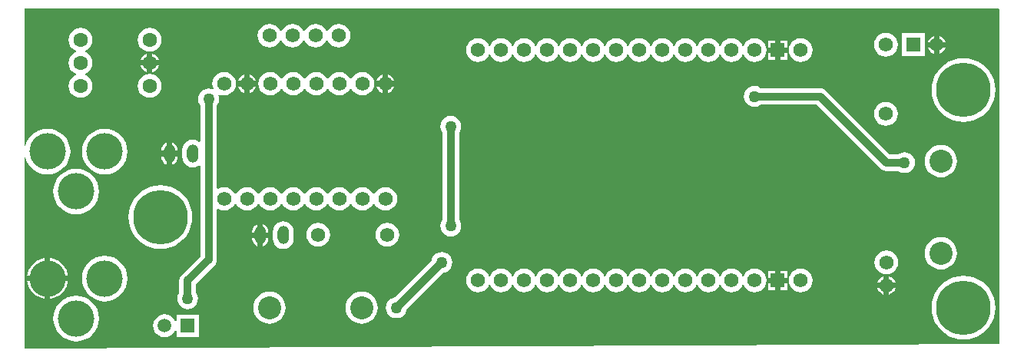
<source format=gtl>
G04 Layer_Physical_Order=1*
G04 Layer_Color=255*
%FSLAX24Y24*%
%MOIN*%
G70*
G01*
G75*
%ADD10C,0.0320*%
%ADD11C,0.0620*%
%ADD12C,0.0620*%
%ADD13R,0.0620X0.0620*%
%ADD14C,0.0591*%
%ADD15R,0.0591X0.0591*%
%ADD16C,0.1575*%
%ADD17C,0.1000*%
%ADD18O,0.0500X0.0800*%
%ADD19C,0.0630*%
%ADD20C,0.2362*%
%ADD21C,0.0500*%
G36*
X44685Y38154D02*
Y23607D01*
X2398Y23425D01*
X2362Y23461D01*
Y31712D01*
X2412Y31720D01*
X2449Y31597D01*
X2541Y31425D01*
X2665Y31275D01*
X2815Y31151D01*
X2986Y31060D01*
X3173Y31003D01*
X3366Y30984D01*
X3560Y31003D01*
X3746Y31060D01*
X3917Y31151D01*
X4068Y31275D01*
X4191Y31425D01*
X4283Y31597D01*
X4339Y31783D01*
X4358Y31976D01*
X4339Y32170D01*
X4283Y32356D01*
X4191Y32528D01*
X4068Y32678D01*
X3917Y32801D01*
X3746Y32893D01*
X3560Y32949D01*
X3366Y32969D01*
X3173Y32949D01*
X2986Y32893D01*
X2815Y32801D01*
X2665Y32678D01*
X2541Y32528D01*
X2449Y32356D01*
X2412Y32233D01*
X2362Y32241D01*
Y38189D01*
X44650Y38189D01*
X44685Y38154D01*
D02*
G37*
%LPC*%
G36*
X13598Y28950D02*
X13481Y28935D01*
X13371Y28890D01*
X13277Y28817D01*
X13205Y28723D01*
X13160Y28614D01*
X13145Y28496D01*
Y28196D01*
X13160Y28079D01*
X13205Y27970D01*
X13277Y27876D01*
X13371Y27803D01*
X13481Y27758D01*
X13598Y27743D01*
X13716Y27758D01*
X13825Y27803D01*
X13919Y27876D01*
X13992Y27970D01*
X14037Y28079D01*
X14052Y28196D01*
Y28496D01*
X14037Y28614D01*
X13992Y28723D01*
X13919Y28817D01*
X13825Y28890D01*
X13716Y28935D01*
X13598Y28950D01*
D02*
G37*
G36*
X42126Y28262D02*
X41989Y28249D01*
X41857Y28209D01*
X41735Y28144D01*
X41629Y28056D01*
X41541Y27950D01*
X41476Y27828D01*
X41436Y27696D01*
X41423Y27559D01*
X41436Y27422D01*
X41476Y27290D01*
X41541Y27168D01*
X41629Y27062D01*
X41735Y26974D01*
X41857Y26909D01*
X41989Y26869D01*
X42126Y26856D01*
X42263Y26869D01*
X42395Y26909D01*
X42517Y26974D01*
X42623Y27062D01*
X42711Y27168D01*
X42776Y27290D01*
X42816Y27422D01*
X42829Y27559D01*
X42816Y27696D01*
X42776Y27828D01*
X42711Y27950D01*
X42623Y28056D01*
X42517Y28144D01*
X42395Y28209D01*
X42263Y28249D01*
X42126Y28262D01*
D02*
G37*
G36*
X15110Y28881D02*
X14977Y28863D01*
X14853Y28812D01*
X14747Y28730D01*
X14665Y28624D01*
X14613Y28500D01*
X14596Y28366D01*
X14613Y28233D01*
X14665Y28109D01*
X14747Y28003D01*
X14853Y27921D01*
X14977Y27870D01*
X15110Y27852D01*
X15243Y27870D01*
X15367Y27921D01*
X15474Y28003D01*
X15556Y28109D01*
X15607Y28233D01*
X15625Y28366D01*
X15607Y28500D01*
X15556Y28624D01*
X15474Y28730D01*
X15367Y28812D01*
X15243Y28863D01*
X15110Y28881D01*
D02*
G37*
G36*
X8268Y30519D02*
X8051Y30502D01*
X7840Y30451D01*
X7639Y30368D01*
X7453Y30255D01*
X7288Y30113D01*
X7147Y29948D01*
X7033Y29763D01*
X6950Y29562D01*
X6899Y29351D01*
X6882Y29134D01*
X6899Y28917D01*
X6950Y28706D01*
X7033Y28505D01*
X7147Y28320D01*
X7288Y28154D01*
X7453Y28013D01*
X7639Y27899D01*
X7840Y27816D01*
X8051Y27766D01*
X8268Y27748D01*
X8484Y27766D01*
X8696Y27816D01*
X8897Y27899D01*
X9082Y28013D01*
X9247Y28154D01*
X9389Y28320D01*
X9502Y28505D01*
X9585Y28706D01*
X9636Y28917D01*
X9653Y29134D01*
X9636Y29351D01*
X9585Y29562D01*
X9502Y29763D01*
X9389Y29948D01*
X9247Y30113D01*
X9082Y30255D01*
X8897Y30368D01*
X8696Y30451D01*
X8484Y30502D01*
X8268Y30519D01*
D02*
G37*
G36*
X3246Y27344D02*
X3192Y27339D01*
X3025Y27288D01*
X2871Y27206D01*
X2736Y27095D01*
X2625Y26960D01*
X2542Y26806D01*
X2492Y26639D01*
X2486Y26585D01*
X3246D01*
Y27344D01*
D02*
G37*
G36*
X34047Y26892D02*
X33914Y26875D01*
X33790Y26823D01*
X33683Y26742D01*
X33602Y26635D01*
X33574Y26569D01*
X33520D01*
X33493Y26635D01*
X33411Y26742D01*
X33304Y26823D01*
X33180Y26875D01*
X33047Y26892D01*
X32914Y26875D01*
X32790Y26823D01*
X32683Y26742D01*
X32602Y26635D01*
X32574Y26569D01*
X32520D01*
X32493Y26635D01*
X32411Y26742D01*
X32304Y26823D01*
X32180Y26875D01*
X32047Y26892D01*
X31914Y26875D01*
X31790Y26823D01*
X31683Y26742D01*
X31602Y26635D01*
X31574Y26569D01*
X31520D01*
X31493Y26635D01*
X31411Y26742D01*
X31304Y26823D01*
X31180Y26875D01*
X31047Y26892D01*
X30914Y26875D01*
X30790Y26823D01*
X30683Y26742D01*
X30602Y26635D01*
X30574Y26569D01*
X30520D01*
X30493Y26635D01*
X30411Y26742D01*
X30304Y26823D01*
X30180Y26875D01*
X30047Y26892D01*
X29914Y26875D01*
X29790Y26823D01*
X29683Y26742D01*
X29602Y26635D01*
X29574Y26569D01*
X29520D01*
X29493Y26635D01*
X29411Y26742D01*
X29304Y26823D01*
X29180Y26875D01*
X29047Y26892D01*
X28914Y26875D01*
X28790Y26823D01*
X28683Y26742D01*
X28602Y26635D01*
X28574Y26569D01*
X28520D01*
X28493Y26635D01*
X28411Y26742D01*
X28304Y26823D01*
X28180Y26875D01*
X28047Y26892D01*
X27914Y26875D01*
X27790Y26823D01*
X27683Y26742D01*
X27602Y26635D01*
X27574Y26569D01*
X27520D01*
X27493Y26635D01*
X27411Y26742D01*
X27304Y26823D01*
X27180Y26875D01*
X27047Y26892D01*
X26914Y26875D01*
X26790Y26823D01*
X26683Y26742D01*
X26602Y26635D01*
X26574Y26569D01*
X26520D01*
X26493Y26635D01*
X26411Y26742D01*
X26304Y26823D01*
X26180Y26875D01*
X26047Y26892D01*
X25914Y26875D01*
X25790Y26823D01*
X25683Y26742D01*
X25602Y26635D01*
X25574Y26569D01*
X25520D01*
X25493Y26635D01*
X25411Y26742D01*
X25304Y26823D01*
X25180Y26875D01*
X25047Y26892D01*
X24914Y26875D01*
X24790Y26823D01*
X24683Y26742D01*
X24602Y26635D01*
X24574Y26569D01*
X24520D01*
X24493Y26635D01*
X24411Y26742D01*
X24304Y26823D01*
X24180Y26875D01*
X24047Y26892D01*
X23914Y26875D01*
X23790Y26823D01*
X23683Y26742D01*
X23602Y26635D01*
X23574Y26569D01*
X23520D01*
X23493Y26635D01*
X23411Y26742D01*
X23304Y26823D01*
X23180Y26875D01*
X23047Y26892D01*
X22914Y26875D01*
X22790Y26823D01*
X22683Y26742D01*
X22602Y26635D01*
X22574Y26569D01*
X22520D01*
X22493Y26635D01*
X22411Y26742D01*
X22304Y26823D01*
X22180Y26875D01*
X22047Y26892D01*
X21914Y26875D01*
X21790Y26823D01*
X21683Y26742D01*
X21602Y26635D01*
X21550Y26511D01*
X21533Y26378D01*
X21550Y26245D01*
X21602Y26121D01*
X21683Y26014D01*
X21790Y25932D01*
X21914Y25881D01*
X22047Y25864D01*
X22180Y25881D01*
X22304Y25932D01*
X22411Y26014D01*
X22493Y26121D01*
X22520Y26187D01*
X22574D01*
X22602Y26121D01*
X22683Y26014D01*
X22790Y25932D01*
X22914Y25881D01*
X23047Y25864D01*
X23180Y25881D01*
X23304Y25932D01*
X23411Y26014D01*
X23493Y26121D01*
X23520Y26187D01*
X23574D01*
X23602Y26121D01*
X23683Y26014D01*
X23790Y25932D01*
X23914Y25881D01*
X24047Y25864D01*
X24180Y25881D01*
X24304Y25932D01*
X24411Y26014D01*
X24493Y26121D01*
X24520Y26187D01*
X24574D01*
X24602Y26121D01*
X24683Y26014D01*
X24790Y25932D01*
X24914Y25881D01*
X25047Y25864D01*
X25180Y25881D01*
X25304Y25932D01*
X25411Y26014D01*
X25493Y26121D01*
X25520Y26187D01*
X25574D01*
X25602Y26121D01*
X25683Y26014D01*
X25790Y25932D01*
X25914Y25881D01*
X26047Y25864D01*
X26180Y25881D01*
X26304Y25932D01*
X26411Y26014D01*
X26493Y26121D01*
X26520Y26187D01*
X26574D01*
X26602Y26121D01*
X26683Y26014D01*
X26790Y25932D01*
X26914Y25881D01*
X27047Y25864D01*
X27180Y25881D01*
X27304Y25932D01*
X27411Y26014D01*
X27493Y26121D01*
X27520Y26187D01*
X27574D01*
X27602Y26121D01*
X27683Y26014D01*
X27790Y25932D01*
X27914Y25881D01*
X28047Y25864D01*
X28180Y25881D01*
X28304Y25932D01*
X28411Y26014D01*
X28493Y26121D01*
X28520Y26187D01*
X28574D01*
X28602Y26121D01*
X28683Y26014D01*
X28790Y25932D01*
X28914Y25881D01*
X29047Y25864D01*
X29180Y25881D01*
X29304Y25932D01*
X29411Y26014D01*
X29493Y26121D01*
X29520Y26187D01*
X29574D01*
X29602Y26121D01*
X29683Y26014D01*
X29790Y25932D01*
X29914Y25881D01*
X30047Y25864D01*
X30180Y25881D01*
X30304Y25932D01*
X30411Y26014D01*
X30493Y26121D01*
X30520Y26187D01*
X30574D01*
X30602Y26121D01*
X30683Y26014D01*
X30790Y25932D01*
X30914Y25881D01*
X31047Y25864D01*
X31180Y25881D01*
X31304Y25932D01*
X31411Y26014D01*
X31493Y26121D01*
X31520Y26187D01*
X31574D01*
X31602Y26121D01*
X31683Y26014D01*
X31790Y25932D01*
X31914Y25881D01*
X32047Y25864D01*
X32180Y25881D01*
X32304Y25932D01*
X32411Y26014D01*
X32493Y26121D01*
X32520Y26187D01*
X32574D01*
X32602Y26121D01*
X32683Y26014D01*
X32790Y25932D01*
X32914Y25881D01*
X33047Y25864D01*
X33180Y25881D01*
X33304Y25932D01*
X33411Y26014D01*
X33493Y26121D01*
X33520Y26187D01*
X33574D01*
X33602Y26121D01*
X33683Y26014D01*
X33790Y25932D01*
X33914Y25881D01*
X34047Y25864D01*
X34180Y25881D01*
X34304Y25932D01*
X34411Y26014D01*
X34493Y26121D01*
X34544Y26245D01*
X34562Y26378D01*
X34544Y26511D01*
X34493Y26635D01*
X34411Y26742D01*
X34304Y26823D01*
X34180Y26875D01*
X34047Y26892D01*
D02*
G37*
G36*
X39764Y27680D02*
X39631Y27662D01*
X39507Y27611D01*
X39400Y27529D01*
X39318Y27423D01*
X39267Y27298D01*
X39249Y27165D01*
X39267Y27032D01*
X39318Y26908D01*
X39400Y26802D01*
X39507Y26720D01*
X39631Y26668D01*
X39764Y26651D01*
X39897Y26668D01*
X40021Y26720D01*
X40128Y26802D01*
X40209Y26908D01*
X40261Y27032D01*
X40278Y27165D01*
X40261Y27298D01*
X40209Y27423D01*
X40128Y27529D01*
X40021Y27611D01*
X39897Y27662D01*
X39764Y27680D01*
D02*
G37*
G36*
X3486Y27344D02*
Y26585D01*
X4246D01*
X4241Y26639D01*
X4190Y26806D01*
X4108Y26960D01*
X3997Y27095D01*
X3862Y27206D01*
X3707Y27288D01*
X3540Y27339D01*
X3486Y27344D01*
D02*
G37*
G36*
X18110Y28881D02*
X17977Y28863D01*
X17853Y28812D01*
X17746Y28730D01*
X17665Y28624D01*
X17613Y28500D01*
X17596Y28366D01*
X17613Y28233D01*
X17665Y28109D01*
X17746Y28003D01*
X17853Y27921D01*
X17977Y27870D01*
X18110Y27852D01*
X18243Y27870D01*
X18367Y27921D01*
X18474Y28003D01*
X18556Y28109D01*
X18607Y28233D01*
X18625Y28366D01*
X18607Y28500D01*
X18556Y28624D01*
X18474Y28730D01*
X18367Y28812D01*
X18243Y28863D01*
X18110Y28881D01*
D02*
G37*
G36*
X4606Y31232D02*
X4413Y31213D01*
X4227Y31157D01*
X4055Y31065D01*
X3905Y30942D01*
X3781Y30791D01*
X3690Y30620D01*
X3633Y30434D01*
X3614Y30240D01*
X3633Y30047D01*
X3690Y29860D01*
X3781Y29689D01*
X3905Y29539D01*
X4055Y29415D01*
X4227Y29323D01*
X4413Y29267D01*
X4606Y29248D01*
X4800Y29267D01*
X4986Y29323D01*
X5158Y29415D01*
X5308Y29539D01*
X5431Y29689D01*
X5523Y29860D01*
X5579Y30047D01*
X5598Y30240D01*
X5579Y30434D01*
X5523Y30620D01*
X5431Y30791D01*
X5308Y30942D01*
X5158Y31065D01*
X4986Y31157D01*
X4800Y31213D01*
X4606Y31232D01*
D02*
G37*
G36*
X12718Y28826D02*
Y28466D01*
X12951D01*
Y28496D01*
X12939Y28588D01*
X12904Y28673D01*
X12848Y28746D01*
X12775Y28802D01*
X12718Y28826D01*
D02*
G37*
G36*
X5846Y32969D02*
X5653Y32949D01*
X5467Y32893D01*
X5295Y32801D01*
X5145Y32678D01*
X5021Y32528D01*
X4930Y32356D01*
X4873Y32170D01*
X4854Y31976D01*
X4873Y31783D01*
X4930Y31597D01*
X5021Y31425D01*
X5145Y31275D01*
X5295Y31151D01*
X5467Y31060D01*
X5653Y31003D01*
X5846Y30984D01*
X6040Y31003D01*
X6226Y31060D01*
X6398Y31151D01*
X6548Y31275D01*
X6671Y31425D01*
X6763Y31597D01*
X6820Y31783D01*
X6839Y31976D01*
X6820Y32170D01*
X6763Y32356D01*
X6671Y32528D01*
X6548Y32678D01*
X6398Y32801D01*
X6226Y32893D01*
X6040Y32949D01*
X5846Y32969D01*
D02*
G37*
G36*
X42126Y32262D02*
X41989Y32249D01*
X41857Y32209D01*
X41735Y32144D01*
X41629Y32056D01*
X41541Y31950D01*
X41476Y31828D01*
X41436Y31696D01*
X41423Y31559D01*
X41436Y31422D01*
X41476Y31290D01*
X41541Y31168D01*
X41629Y31062D01*
X41735Y30974D01*
X41857Y30909D01*
X41989Y30869D01*
X42126Y30856D01*
X42263Y30869D01*
X42395Y30909D01*
X42517Y30974D01*
X42623Y31062D01*
X42711Y31168D01*
X42776Y31290D01*
X42816Y31422D01*
X42829Y31559D01*
X42816Y31696D01*
X42776Y31828D01*
X42711Y31950D01*
X42623Y32056D01*
X42517Y32144D01*
X42395Y32209D01*
X42263Y32249D01*
X42126Y32262D01*
D02*
G37*
G36*
X12951Y28226D02*
X12718D01*
Y27867D01*
X12775Y27891D01*
X12848Y27947D01*
X12904Y28020D01*
X12939Y28105D01*
X12951Y28196D01*
Y28226D01*
D02*
G37*
G36*
X12478D02*
X12245D01*
Y28196D01*
X12257Y28105D01*
X12293Y28020D01*
X12349Y27947D01*
X12422Y27891D01*
X12478Y27867D01*
Y28226D01*
D02*
G37*
G36*
Y28826D02*
X12422Y28802D01*
X12349Y28746D01*
X12293Y28673D01*
X12257Y28588D01*
X12245Y28496D01*
Y28466D01*
X12478D01*
Y28826D01*
D02*
G37*
G36*
X20866Y33525D02*
X20749Y33509D01*
X20639Y33464D01*
X20545Y33392D01*
X20473Y33298D01*
X20428Y33188D01*
X20412Y33071D01*
X20428Y32953D01*
X20473Y32844D01*
X20503Y32805D01*
Y29006D01*
X20473Y28967D01*
X20428Y28858D01*
X20412Y28740D01*
X20428Y28623D01*
X20473Y28513D01*
X20545Y28419D01*
X20639Y28347D01*
X20749Y28302D01*
X20866Y28286D01*
X20984Y28302D01*
X21093Y28347D01*
X21187Y28419D01*
X21259Y28513D01*
X21305Y28623D01*
X21320Y28740D01*
X21305Y28858D01*
X21259Y28967D01*
X21229Y29006D01*
Y32805D01*
X21259Y32844D01*
X21305Y32953D01*
X21320Y33071D01*
X21305Y33188D01*
X21259Y33298D01*
X21187Y33392D01*
X21093Y33464D01*
X20984Y33509D01*
X20866Y33525D01*
D02*
G37*
G36*
X5846Y27457D02*
X5653Y27438D01*
X5467Y27381D01*
X5295Y27290D01*
X5145Y27166D01*
X5021Y27016D01*
X4930Y26844D01*
X4873Y26658D01*
X4854Y26465D01*
X4873Y26271D01*
X4930Y26085D01*
X5021Y25913D01*
X5145Y25763D01*
X5295Y25640D01*
X5467Y25548D01*
X5653Y25491D01*
X5846Y25472D01*
X6040Y25491D01*
X6226Y25548D01*
X6398Y25640D01*
X6548Y25763D01*
X6671Y25913D01*
X6763Y26085D01*
X6820Y26271D01*
X6839Y26465D01*
X6820Y26658D01*
X6763Y26844D01*
X6671Y27016D01*
X6548Y27166D01*
X6398Y27290D01*
X6226Y27381D01*
X6040Y27438D01*
X5846Y27457D01*
D02*
G37*
G36*
X20472Y27619D02*
X20355Y27604D01*
X20245Y27558D01*
X20152Y27486D01*
X20079Y27392D01*
X20034Y27283D01*
X20028Y27234D01*
X18435Y25642D01*
X18386Y25635D01*
X18277Y25590D01*
X18183Y25518D01*
X18111Y25424D01*
X18066Y25314D01*
X18050Y25197D01*
X18066Y25079D01*
X18111Y24970D01*
X18183Y24876D01*
X18277Y24804D01*
X18386Y24758D01*
X18504Y24743D01*
X18621Y24758D01*
X18731Y24804D01*
X18825Y24876D01*
X18897Y24970D01*
X18942Y25079D01*
X18949Y25128D01*
X20541Y26721D01*
X20590Y26727D01*
X20699Y26772D01*
X20793Y26844D01*
X20866Y26938D01*
X20911Y27048D01*
X20926Y27165D01*
X20911Y27283D01*
X20866Y27392D01*
X20793Y27486D01*
X20699Y27558D01*
X20590Y27604D01*
X20472Y27619D01*
D02*
G37*
G36*
X4246Y26345D02*
X3486D01*
Y25585D01*
X3540Y25590D01*
X3707Y25641D01*
X3862Y25723D01*
X3997Y25834D01*
X4108Y25969D01*
X4190Y26123D01*
X4241Y26291D01*
X4246Y26345D01*
D02*
G37*
G36*
X3246D02*
X2486D01*
X2492Y26291D01*
X2542Y26123D01*
X2625Y25969D01*
X2736Y25834D01*
X2871Y25723D01*
X3025Y25641D01*
X3192Y25590D01*
X3246Y25585D01*
Y26345D01*
D02*
G37*
G36*
X16992Y25900D02*
X16855Y25887D01*
X16723Y25847D01*
X16601Y25782D01*
X16495Y25694D01*
X16407Y25588D01*
X16342Y25466D01*
X16302Y25334D01*
X16289Y25197D01*
X16302Y25060D01*
X16342Y24928D01*
X16407Y24806D01*
X16495Y24699D01*
X16601Y24612D01*
X16723Y24547D01*
X16855Y24507D01*
X16992Y24493D01*
X17129Y24507D01*
X17261Y24547D01*
X17383Y24612D01*
X17490Y24699D01*
X17577Y24806D01*
X17642Y24928D01*
X17682Y25060D01*
X17696Y25197D01*
X17682Y25334D01*
X17642Y25466D01*
X17577Y25588D01*
X17490Y25694D01*
X17383Y25782D01*
X17261Y25847D01*
X17129Y25887D01*
X16992Y25900D01*
D02*
G37*
G36*
X43110Y26582D02*
X42894Y26565D01*
X42682Y26514D01*
X42481Y26431D01*
X42296Y26318D01*
X42131Y26176D01*
X41989Y26011D01*
X41876Y25826D01*
X41793Y25625D01*
X41742Y25414D01*
X41725Y25197D01*
X41742Y24980D01*
X41793Y24769D01*
X41876Y24568D01*
X41989Y24383D01*
X42131Y24217D01*
X42296Y24076D01*
X42481Y23962D01*
X42682Y23879D01*
X42894Y23829D01*
X43110Y23811D01*
X43327Y23829D01*
X43538Y23879D01*
X43739Y23962D01*
X43925Y24076D01*
X44090Y24217D01*
X44231Y24383D01*
X44345Y24568D01*
X44428Y24769D01*
X44479Y24980D01*
X44496Y25197D01*
X44479Y25414D01*
X44428Y25625D01*
X44345Y25826D01*
X44231Y26011D01*
X44090Y26176D01*
X43925Y26318D01*
X43739Y26431D01*
X43538Y26514D01*
X43327Y26565D01*
X43110Y26582D01*
D02*
G37*
G36*
X4606Y25721D02*
X4413Y25701D01*
X4227Y25645D01*
X4055Y25553D01*
X3905Y25430D01*
X3781Y25280D01*
X3690Y25108D01*
X3633Y24922D01*
X3614Y24728D01*
X3633Y24535D01*
X3690Y24349D01*
X3781Y24177D01*
X3905Y24027D01*
X4055Y23903D01*
X4227Y23812D01*
X4413Y23755D01*
X4606Y23736D01*
X4800Y23755D01*
X4986Y23812D01*
X5158Y23903D01*
X5308Y24027D01*
X5431Y24177D01*
X5523Y24349D01*
X5579Y24535D01*
X5598Y24728D01*
X5579Y24922D01*
X5523Y25108D01*
X5431Y25280D01*
X5308Y25430D01*
X5158Y25553D01*
X4986Y25645D01*
X4800Y25701D01*
X4606Y25721D01*
D02*
G37*
G36*
X12992Y25900D02*
X12855Y25887D01*
X12723Y25847D01*
X12601Y25782D01*
X12495Y25694D01*
X12407Y25588D01*
X12342Y25466D01*
X12302Y25334D01*
X12289Y25197D01*
X12302Y25060D01*
X12342Y24928D01*
X12407Y24806D01*
X12495Y24699D01*
X12601Y24612D01*
X12723Y24547D01*
X12855Y24507D01*
X12992Y24493D01*
X13129Y24507D01*
X13261Y24547D01*
X13383Y24612D01*
X13490Y24699D01*
X13577Y24806D01*
X13642Y24928D01*
X13682Y25060D01*
X13696Y25197D01*
X13682Y25334D01*
X13642Y25466D01*
X13577Y25588D01*
X13490Y25694D01*
X13383Y25782D01*
X13261Y25847D01*
X13129Y25887D01*
X12992Y25900D01*
D02*
G37*
G36*
X8449Y24909D02*
X8320Y24892D01*
X8199Y24842D01*
X8096Y24763D01*
X8016Y24659D01*
X7966Y24539D01*
X7949Y24409D01*
X7966Y24280D01*
X8016Y24160D01*
X8096Y24056D01*
X8199Y23977D01*
X8320Y23927D01*
X8449Y23910D01*
X8578Y23927D01*
X8699Y23977D01*
X8802Y24056D01*
X8881Y24160D01*
X8904Y24213D01*
X8954Y24203D01*
Y23914D01*
X9944D01*
Y24905D01*
X8954D01*
Y24616D01*
X8904Y24606D01*
X8881Y24659D01*
X8802Y24763D01*
X8699Y24842D01*
X8578Y24892D01*
X8449Y24909D01*
D02*
G37*
G36*
X39884Y26559D02*
Y26285D01*
X40158D01*
X40122Y26372D01*
X40056Y26458D01*
X39971Y26523D01*
X39884Y26559D01*
D02*
G37*
G36*
X39644D02*
X39557Y26523D01*
X39471Y26458D01*
X39406Y26372D01*
X39370Y26285D01*
X39644D01*
Y26559D01*
D02*
G37*
G36*
X35457Y26788D02*
X35167D01*
Y26498D01*
X35457D01*
Y26788D01*
D02*
G37*
G36*
X34927D02*
X34637D01*
Y26498D01*
X34927D01*
Y26788D01*
D02*
G37*
G36*
X35457Y26258D02*
X35167D01*
Y25968D01*
X35457D01*
Y26258D01*
D02*
G37*
G36*
X40158Y26045D02*
X39884D01*
Y25771D01*
X39971Y25807D01*
X40056Y25873D01*
X40122Y25959D01*
X40158Y26045D01*
D02*
G37*
G36*
X39644D02*
X39370D01*
X39406Y25959D01*
X39471Y25873D01*
X39557Y25807D01*
X39644Y25771D01*
Y26045D01*
D02*
G37*
G36*
X34927Y26258D02*
X34637D01*
Y25968D01*
X34927D01*
Y26258D01*
D02*
G37*
G36*
X36047Y26892D02*
X35914Y26875D01*
X35790Y26823D01*
X35683Y26742D01*
X35602Y26635D01*
X35550Y26511D01*
X35533Y26378D01*
X35550Y26245D01*
X35602Y26121D01*
X35683Y26014D01*
X35790Y25932D01*
X35914Y25881D01*
X36047Y25864D01*
X36180Y25881D01*
X36304Y25932D01*
X36411Y26014D01*
X36493Y26121D01*
X36544Y26245D01*
X36562Y26378D01*
X36544Y26511D01*
X36493Y26635D01*
X36411Y26742D01*
X36304Y26823D01*
X36180Y26875D01*
X36047Y26892D01*
D02*
G37*
G36*
X34041Y34825D02*
X33923Y34810D01*
X33814Y34764D01*
X33720Y34692D01*
X33647Y34598D01*
X33602Y34489D01*
X33587Y34371D01*
X33602Y34254D01*
X33647Y34144D01*
X33720Y34050D01*
X33814Y33978D01*
X33923Y33933D01*
X34041Y33917D01*
X34158Y33933D01*
X34267Y33978D01*
X34307Y34008D01*
X36738D01*
X39507Y31239D01*
X39582Y31182D01*
X39670Y31145D01*
X39764Y31133D01*
X40285D01*
X40324Y31103D01*
X40434Y31058D01*
X40551Y31042D01*
X40669Y31058D01*
X40778Y31103D01*
X40872Y31175D01*
X40944Y31269D01*
X40990Y31379D01*
X41005Y31496D01*
X40990Y31614D01*
X40944Y31723D01*
X40872Y31817D01*
X40778Y31889D01*
X40669Y31934D01*
X40551Y31950D01*
X40434Y31934D01*
X40324Y31889D01*
X40285Y31859D01*
X39914D01*
X37145Y34628D01*
X37070Y34686D01*
X36983Y34722D01*
X36889Y34734D01*
X34307D01*
X34267Y34764D01*
X34158Y34810D01*
X34041Y34825D01*
D02*
G37*
G36*
X35457Y36258D02*
X35167D01*
Y35968D01*
X35457D01*
Y36258D01*
D02*
G37*
G36*
X34927D02*
X34637D01*
Y35968D01*
X34927D01*
Y36258D01*
D02*
G37*
G36*
X41440Y37109D02*
X40450D01*
Y36119D01*
X41440D01*
Y37109D01*
D02*
G37*
G36*
X39744Y37129D02*
X39611Y37111D01*
X39487Y37060D01*
X39380Y36978D01*
X39298Y36871D01*
X39247Y36747D01*
X39229Y36614D01*
X39247Y36481D01*
X39298Y36357D01*
X39380Y36250D01*
X39487Y36169D01*
X39611Y36117D01*
X39744Y36100D01*
X39877Y36117D01*
X40001Y36169D01*
X40108Y36250D01*
X40189Y36357D01*
X40241Y36481D01*
X40258Y36614D01*
X40241Y36747D01*
X40189Y36871D01*
X40108Y36978D01*
X40001Y37060D01*
X39877Y37111D01*
X39744Y37129D01*
D02*
G37*
G36*
X7919Y36226D02*
Y35947D01*
X8199D01*
X8162Y36036D01*
X8095Y36123D01*
X8008Y36189D01*
X7919Y36226D01*
D02*
G37*
G36*
X8199Y35707D02*
X7919D01*
Y35427D01*
X8008Y35464D01*
X8095Y35531D01*
X8162Y35617D01*
X8199Y35707D01*
D02*
G37*
G36*
X7679D02*
X7400D01*
X7437Y35617D01*
X7503Y35531D01*
X7590Y35464D01*
X7679Y35427D01*
Y35707D01*
D02*
G37*
G36*
Y36226D02*
X7590Y36189D01*
X7503Y36123D01*
X7437Y36036D01*
X7400Y35947D01*
X7679D01*
Y36226D01*
D02*
G37*
G36*
X36047Y36892D02*
X35914Y36875D01*
X35790Y36823D01*
X35683Y36742D01*
X35602Y36635D01*
X35550Y36511D01*
X35533Y36378D01*
X35550Y36245D01*
X35602Y36121D01*
X35683Y36014D01*
X35790Y35932D01*
X35914Y35881D01*
X36047Y35864D01*
X36180Y35881D01*
X36304Y35932D01*
X36411Y36014D01*
X36493Y36121D01*
X36544Y36245D01*
X36562Y36378D01*
X36544Y36511D01*
X36493Y36635D01*
X36411Y36742D01*
X36304Y36823D01*
X36180Y36875D01*
X36047Y36892D01*
D02*
G37*
G36*
X41825Y36992D02*
X41746Y36959D01*
X41663Y36896D01*
X41600Y36814D01*
X41567Y36734D01*
X41825D01*
Y36992D01*
D02*
G37*
G36*
X34047Y36892D02*
X33914Y36875D01*
X33790Y36823D01*
X33683Y36742D01*
X33602Y36635D01*
X33574Y36569D01*
X33520D01*
X33493Y36635D01*
X33411Y36742D01*
X33304Y36823D01*
X33180Y36875D01*
X33047Y36892D01*
X32914Y36875D01*
X32790Y36823D01*
X32683Y36742D01*
X32602Y36635D01*
X32574Y36569D01*
X32520D01*
X32493Y36635D01*
X32411Y36742D01*
X32304Y36823D01*
X32180Y36875D01*
X32047Y36892D01*
X31914Y36875D01*
X31790Y36823D01*
X31683Y36742D01*
X31602Y36635D01*
X31574Y36569D01*
X31520D01*
X31493Y36635D01*
X31411Y36742D01*
X31304Y36823D01*
X31180Y36875D01*
X31047Y36892D01*
X30914Y36875D01*
X30790Y36823D01*
X30683Y36742D01*
X30602Y36635D01*
X30574Y36569D01*
X30520D01*
X30493Y36635D01*
X30411Y36742D01*
X30304Y36823D01*
X30180Y36875D01*
X30047Y36892D01*
X29914Y36875D01*
X29790Y36823D01*
X29683Y36742D01*
X29602Y36635D01*
X29574Y36569D01*
X29520D01*
X29493Y36635D01*
X29411Y36742D01*
X29304Y36823D01*
X29180Y36875D01*
X29047Y36892D01*
X28914Y36875D01*
X28790Y36823D01*
X28683Y36742D01*
X28602Y36635D01*
X28574Y36569D01*
X28520D01*
X28493Y36635D01*
X28411Y36742D01*
X28304Y36823D01*
X28180Y36875D01*
X28047Y36892D01*
X27914Y36875D01*
X27790Y36823D01*
X27683Y36742D01*
X27602Y36635D01*
X27574Y36569D01*
X27520D01*
X27493Y36635D01*
X27411Y36742D01*
X27304Y36823D01*
X27180Y36875D01*
X27047Y36892D01*
X26914Y36875D01*
X26790Y36823D01*
X26683Y36742D01*
X26602Y36635D01*
X26574Y36569D01*
X26520D01*
X26493Y36635D01*
X26411Y36742D01*
X26304Y36823D01*
X26180Y36875D01*
X26047Y36892D01*
X25914Y36875D01*
X25790Y36823D01*
X25683Y36742D01*
X25602Y36635D01*
X25574Y36569D01*
X25520D01*
X25493Y36635D01*
X25411Y36742D01*
X25304Y36823D01*
X25180Y36875D01*
X25047Y36892D01*
X24914Y36875D01*
X24790Y36823D01*
X24683Y36742D01*
X24602Y36635D01*
X24574Y36569D01*
X24520D01*
X24493Y36635D01*
X24411Y36742D01*
X24304Y36823D01*
X24180Y36875D01*
X24047Y36892D01*
X23914Y36875D01*
X23790Y36823D01*
X23683Y36742D01*
X23602Y36635D01*
X23574Y36569D01*
X23520D01*
X23493Y36635D01*
X23411Y36742D01*
X23304Y36823D01*
X23180Y36875D01*
X23047Y36892D01*
X22914Y36875D01*
X22790Y36823D01*
X22683Y36742D01*
X22602Y36635D01*
X22574Y36569D01*
X22520D01*
X22493Y36635D01*
X22411Y36742D01*
X22304Y36823D01*
X22180Y36875D01*
X22047Y36892D01*
X21914Y36875D01*
X21790Y36823D01*
X21683Y36742D01*
X21602Y36635D01*
X21550Y36511D01*
X21533Y36378D01*
X21550Y36245D01*
X21602Y36121D01*
X21683Y36014D01*
X21790Y35932D01*
X21914Y35881D01*
X22047Y35864D01*
X22180Y35881D01*
X22304Y35932D01*
X22411Y36014D01*
X22493Y36121D01*
X22520Y36187D01*
X22574D01*
X22602Y36121D01*
X22683Y36014D01*
X22790Y35932D01*
X22914Y35881D01*
X23047Y35864D01*
X23180Y35881D01*
X23304Y35932D01*
X23411Y36014D01*
X23493Y36121D01*
X23520Y36187D01*
X23574D01*
X23602Y36121D01*
X23683Y36014D01*
X23790Y35932D01*
X23914Y35881D01*
X24047Y35864D01*
X24180Y35881D01*
X24304Y35932D01*
X24411Y36014D01*
X24493Y36121D01*
X24520Y36187D01*
X24574D01*
X24602Y36121D01*
X24683Y36014D01*
X24790Y35932D01*
X24914Y35881D01*
X25047Y35864D01*
X25180Y35881D01*
X25304Y35932D01*
X25411Y36014D01*
X25493Y36121D01*
X25520Y36187D01*
X25574D01*
X25602Y36121D01*
X25683Y36014D01*
X25790Y35932D01*
X25914Y35881D01*
X26047Y35864D01*
X26180Y35881D01*
X26304Y35932D01*
X26411Y36014D01*
X26493Y36121D01*
X26520Y36187D01*
X26574D01*
X26602Y36121D01*
X26683Y36014D01*
X26790Y35932D01*
X26914Y35881D01*
X27047Y35864D01*
X27180Y35881D01*
X27304Y35932D01*
X27411Y36014D01*
X27493Y36121D01*
X27520Y36187D01*
X27574D01*
X27602Y36121D01*
X27683Y36014D01*
X27790Y35932D01*
X27914Y35881D01*
X28047Y35864D01*
X28180Y35881D01*
X28304Y35932D01*
X28411Y36014D01*
X28493Y36121D01*
X28520Y36187D01*
X28574D01*
X28602Y36121D01*
X28683Y36014D01*
X28790Y35932D01*
X28914Y35881D01*
X29047Y35864D01*
X29180Y35881D01*
X29304Y35932D01*
X29411Y36014D01*
X29493Y36121D01*
X29520Y36187D01*
X29574D01*
X29602Y36121D01*
X29683Y36014D01*
X29790Y35932D01*
X29914Y35881D01*
X30047Y35864D01*
X30180Y35881D01*
X30304Y35932D01*
X30411Y36014D01*
X30493Y36121D01*
X30520Y36187D01*
X30574D01*
X30602Y36121D01*
X30683Y36014D01*
X30790Y35932D01*
X30914Y35881D01*
X31047Y35864D01*
X31180Y35881D01*
X31304Y35932D01*
X31411Y36014D01*
X31493Y36121D01*
X31520Y36187D01*
X31574D01*
X31602Y36121D01*
X31683Y36014D01*
X31790Y35932D01*
X31914Y35881D01*
X32047Y35864D01*
X32180Y35881D01*
X32304Y35932D01*
X32411Y36014D01*
X32493Y36121D01*
X32520Y36187D01*
X32574D01*
X32602Y36121D01*
X32683Y36014D01*
X32790Y35932D01*
X32914Y35881D01*
X33047Y35864D01*
X33180Y35881D01*
X33304Y35932D01*
X33411Y36014D01*
X33493Y36121D01*
X33520Y36187D01*
X33574D01*
X33602Y36121D01*
X33683Y36014D01*
X33790Y35932D01*
X33914Y35881D01*
X34047Y35864D01*
X34180Y35881D01*
X34304Y35932D01*
X34411Y36014D01*
X34493Y36121D01*
X34544Y36245D01*
X34562Y36378D01*
X34544Y36511D01*
X34493Y36635D01*
X34411Y36742D01*
X34304Y36823D01*
X34180Y36875D01*
X34047Y36892D01*
D02*
G37*
G36*
X15992Y37522D02*
X15859Y37505D01*
X15735Y37453D01*
X15628Y37372D01*
X15547Y37265D01*
X15519Y37199D01*
X15465D01*
X15438Y37265D01*
X15356Y37372D01*
X15249Y37453D01*
X15125Y37505D01*
X14992Y37522D01*
X14859Y37505D01*
X14735Y37453D01*
X14628Y37372D01*
X14547Y37265D01*
X14519Y37199D01*
X14465D01*
X14438Y37265D01*
X14356Y37372D01*
X14249Y37453D01*
X14125Y37505D01*
X13992Y37522D01*
X13859Y37505D01*
X13735Y37453D01*
X13628Y37372D01*
X13547Y37265D01*
X13519Y37199D01*
X13465D01*
X13438Y37265D01*
X13356Y37372D01*
X13249Y37453D01*
X13125Y37505D01*
X12992Y37522D01*
X12859Y37505D01*
X12735Y37453D01*
X12628Y37372D01*
X12547Y37265D01*
X12495Y37141D01*
X12478Y37008D01*
X12495Y36875D01*
X12547Y36751D01*
X12628Y36644D01*
X12735Y36562D01*
X12859Y36511D01*
X12992Y36493D01*
X13125Y36511D01*
X13249Y36562D01*
X13356Y36644D01*
X13438Y36751D01*
X13465Y36817D01*
X13519D01*
X13547Y36751D01*
X13628Y36644D01*
X13735Y36562D01*
X13859Y36511D01*
X13992Y36493D01*
X14125Y36511D01*
X14249Y36562D01*
X14356Y36644D01*
X14438Y36751D01*
X14465Y36817D01*
X14519D01*
X14547Y36751D01*
X14628Y36644D01*
X14735Y36562D01*
X14859Y36511D01*
X14992Y36493D01*
X15125Y36511D01*
X15249Y36562D01*
X15356Y36644D01*
X15438Y36751D01*
X15465Y36817D01*
X15519D01*
X15547Y36751D01*
X15628Y36644D01*
X15735Y36562D01*
X15859Y36511D01*
X15992Y36493D01*
X16125Y36511D01*
X16249Y36562D01*
X16356Y36644D01*
X16438Y36751D01*
X16489Y36875D01*
X16507Y37008D01*
X16489Y37141D01*
X16438Y37265D01*
X16356Y37372D01*
X16249Y37453D01*
X16125Y37505D01*
X15992Y37522D01*
D02*
G37*
G36*
X42065Y36992D02*
Y36734D01*
X42323D01*
X42290Y36814D01*
X42227Y36896D01*
X42144Y36959D01*
X42065Y36992D01*
D02*
G37*
G36*
X35457Y36788D02*
X35167D01*
Y36498D01*
X35457D01*
Y36788D01*
D02*
G37*
G36*
X42323Y36494D02*
X42065D01*
Y36236D01*
X42144Y36269D01*
X42227Y36332D01*
X42290Y36415D01*
X42323Y36494D01*
D02*
G37*
G36*
X41825D02*
X41567D01*
X41600Y36415D01*
X41663Y36332D01*
X41746Y36269D01*
X41825Y36236D01*
Y36494D01*
D02*
G37*
G36*
X34927Y36788D02*
X34637D01*
Y36498D01*
X34927D01*
Y36788D01*
D02*
G37*
G36*
X7799Y37346D02*
X7665Y37328D01*
X7540Y37277D01*
X7432Y37194D01*
X7349Y37086D01*
X7298Y36961D01*
X7280Y36827D01*
X7298Y36692D01*
X7349Y36567D01*
X7432Y36460D01*
X7540Y36377D01*
X7665Y36325D01*
X7799Y36307D01*
X7934Y36325D01*
X8059Y36377D01*
X8166Y36460D01*
X8249Y36567D01*
X8301Y36692D01*
X8319Y36827D01*
X8301Y36961D01*
X8249Y37086D01*
X8166Y37194D01*
X8059Y37277D01*
X7934Y37328D01*
X7799Y37346D01*
D02*
G37*
G36*
X4799D02*
X4665Y37328D01*
X4540Y37277D01*
X4432Y37194D01*
X4349Y37086D01*
X4298Y36961D01*
X4280Y36827D01*
X4298Y36692D01*
X4349Y36567D01*
X4432Y36460D01*
X4540Y36377D01*
X4600Y36352D01*
Y36302D01*
X4540Y36277D01*
X4432Y36194D01*
X4349Y36086D01*
X4298Y35961D01*
X4280Y35827D01*
X4298Y35692D01*
X4349Y35567D01*
X4432Y35459D01*
X4540Y35377D01*
X4600Y35352D01*
Y35302D01*
X4540Y35277D01*
X4432Y35194D01*
X4349Y35086D01*
X4298Y34961D01*
X4280Y34827D01*
X4298Y34692D01*
X4349Y34567D01*
X4432Y34460D01*
X4540Y34377D01*
X4665Y34325D01*
X4799Y34307D01*
X4934Y34325D01*
X5059Y34377D01*
X5166Y34460D01*
X5249Y34567D01*
X5301Y34692D01*
X5319Y34827D01*
X5301Y34961D01*
X5249Y35086D01*
X5166Y35194D01*
X5059Y35277D01*
X4998Y35302D01*
Y35352D01*
X5059Y35377D01*
X5166Y35459D01*
X5249Y35567D01*
X5301Y35692D01*
X5319Y35827D01*
X5301Y35961D01*
X5249Y36086D01*
X5166Y36194D01*
X5059Y36277D01*
X4998Y36302D01*
Y36352D01*
X5059Y36377D01*
X5166Y36460D01*
X5249Y36567D01*
X5301Y36692D01*
X5319Y36827D01*
X5301Y36961D01*
X5249Y37086D01*
X5166Y37194D01*
X5059Y37277D01*
X4934Y37328D01*
X4799Y37346D01*
D02*
G37*
G36*
X43110Y36031D02*
X42894Y36014D01*
X42682Y35963D01*
X42481Y35880D01*
X42296Y35766D01*
X42131Y35625D01*
X41989Y35460D01*
X41876Y35275D01*
X41793Y35074D01*
X41742Y34862D01*
X41725Y34646D01*
X41742Y34429D01*
X41793Y34218D01*
X41876Y34017D01*
X41989Y33831D01*
X42131Y33666D01*
X42296Y33525D01*
X42481Y33411D01*
X42682Y33328D01*
X42894Y33277D01*
X43110Y33260D01*
X43327Y33277D01*
X43538Y33328D01*
X43739Y33411D01*
X43925Y33525D01*
X44090Y33666D01*
X44231Y33831D01*
X44345Y34017D01*
X44428Y34218D01*
X44479Y34429D01*
X44496Y34646D01*
X44479Y34862D01*
X44428Y35074D01*
X44345Y35275D01*
X44231Y35460D01*
X44090Y35625D01*
X43925Y35766D01*
X43739Y35880D01*
X43538Y35963D01*
X43327Y36014D01*
X43110Y36031D01*
D02*
G37*
G36*
X11904Y34801D02*
X11630D01*
X11665Y34714D01*
X11731Y34629D01*
X11817Y34563D01*
X11904Y34527D01*
Y34801D01*
D02*
G37*
G36*
X7799Y35346D02*
X7665Y35328D01*
X7540Y35277D01*
X7432Y35194D01*
X7349Y35086D01*
X7298Y34961D01*
X7280Y34827D01*
X7298Y34692D01*
X7349Y34567D01*
X7432Y34460D01*
X7540Y34377D01*
X7665Y34325D01*
X7799Y34307D01*
X7934Y34325D01*
X8059Y34377D01*
X8166Y34460D01*
X8249Y34567D01*
X8301Y34692D01*
X8319Y34827D01*
X8301Y34961D01*
X8249Y35086D01*
X8166Y35194D01*
X8059Y35277D01*
X7934Y35328D01*
X7799Y35346D01*
D02*
G37*
G36*
X39744Y34129D02*
X39611Y34111D01*
X39487Y34060D01*
X39380Y33978D01*
X39298Y33871D01*
X39247Y33747D01*
X39229Y33614D01*
X39247Y33481D01*
X39298Y33357D01*
X39380Y33250D01*
X39487Y33169D01*
X39611Y33117D01*
X39744Y33100D01*
X39877Y33117D01*
X40001Y33169D01*
X40108Y33250D01*
X40189Y33357D01*
X40241Y33481D01*
X40258Y33614D01*
X40241Y33747D01*
X40189Y33871D01*
X40108Y33978D01*
X40001Y34060D01*
X39877Y34111D01*
X39744Y34129D01*
D02*
G37*
G36*
X9014Y31770D02*
X8781D01*
Y31411D01*
X8838Y31434D01*
X8911Y31490D01*
X8967Y31563D01*
X9002Y31648D01*
X9014Y31740D01*
Y31770D01*
D02*
G37*
G36*
X8541D02*
X8308D01*
Y31740D01*
X8320Y31648D01*
X8356Y31563D01*
X8412Y31490D01*
X8485Y31434D01*
X8541Y31411D01*
Y31770D01*
D02*
G37*
G36*
X8781Y32369D02*
Y32010D01*
X9014D01*
Y32040D01*
X9002Y32131D01*
X8967Y32216D01*
X8911Y32289D01*
X8838Y32345D01*
X8781Y32369D01*
D02*
G37*
G36*
X8541D02*
X8485Y32345D01*
X8412Y32289D01*
X8356Y32216D01*
X8320Y32131D01*
X8308Y32040D01*
Y32010D01*
X8541D01*
Y32369D01*
D02*
G37*
G36*
X17904Y35315D02*
X17817Y35279D01*
X17731Y35214D01*
X17665Y35128D01*
X17629Y35041D01*
X17904D01*
Y35315D01*
D02*
G37*
G36*
X12144D02*
Y35041D01*
X12418D01*
X12382Y35128D01*
X12316Y35214D01*
X12230Y35279D01*
X12144Y35315D01*
D02*
G37*
G36*
X17024Y35436D02*
X16890Y35418D01*
X16766Y35367D01*
X16660Y35285D01*
X16578Y35178D01*
X16551Y35112D01*
X16497D01*
X16469Y35178D01*
X16387Y35285D01*
X16281Y35367D01*
X16157Y35418D01*
X16024Y35436D01*
X15890Y35418D01*
X15766Y35367D01*
X15660Y35285D01*
X15578Y35178D01*
X15551Y35112D01*
X15497D01*
X15469Y35178D01*
X15387Y35285D01*
X15281Y35367D01*
X15157Y35418D01*
X15024Y35436D01*
X14890Y35418D01*
X14766Y35367D01*
X14660Y35285D01*
X14578Y35178D01*
X14551Y35112D01*
X14497D01*
X14469Y35178D01*
X14387Y35285D01*
X14281Y35367D01*
X14157Y35418D01*
X14024Y35436D01*
X13890Y35418D01*
X13766Y35367D01*
X13660Y35285D01*
X13578Y35178D01*
X13551Y35112D01*
X13497D01*
X13469Y35178D01*
X13387Y35285D01*
X13281Y35367D01*
X13157Y35418D01*
X13024Y35436D01*
X12890Y35418D01*
X12766Y35367D01*
X12660Y35285D01*
X12578Y35178D01*
X12527Y35054D01*
X12509Y34921D01*
X12527Y34788D01*
X12578Y34664D01*
X12660Y34557D01*
X12766Y34476D01*
X12890Y34424D01*
X13024Y34407D01*
X13157Y34424D01*
X13281Y34476D01*
X13387Y34557D01*
X13469Y34664D01*
X13497Y34730D01*
X13551D01*
X13578Y34664D01*
X13660Y34557D01*
X13766Y34476D01*
X13890Y34424D01*
X14024Y34407D01*
X14157Y34424D01*
X14281Y34476D01*
X14387Y34557D01*
X14469Y34664D01*
X14497Y34730D01*
X14551D01*
X14578Y34664D01*
X14660Y34557D01*
X14766Y34476D01*
X14890Y34424D01*
X15024Y34407D01*
X15157Y34424D01*
X15281Y34476D01*
X15387Y34557D01*
X15469Y34664D01*
X15497Y34730D01*
X15551D01*
X15578Y34664D01*
X15660Y34557D01*
X15766Y34476D01*
X15890Y34424D01*
X16024Y34407D01*
X16157Y34424D01*
X16281Y34476D01*
X16387Y34557D01*
X16469Y34664D01*
X16497Y34730D01*
X16551D01*
X16578Y34664D01*
X16660Y34557D01*
X16766Y34476D01*
X16890Y34424D01*
X17024Y34407D01*
X17157Y34424D01*
X17281Y34476D01*
X17387Y34557D01*
X17469Y34664D01*
X17521Y34788D01*
X17538Y34921D01*
X17521Y35054D01*
X17469Y35178D01*
X17387Y35285D01*
X17281Y35367D01*
X17157Y35418D01*
X17024Y35436D01*
D02*
G37*
G36*
X18144Y35315D02*
Y35041D01*
X18418D01*
X18382Y35128D01*
X18316Y35214D01*
X18230Y35279D01*
X18144Y35315D01*
D02*
G37*
G36*
X11904D02*
X11817Y35279D01*
X11731Y35214D01*
X11665Y35128D01*
X11630Y35041D01*
X11904D01*
Y35315D01*
D02*
G37*
G36*
X17904Y34801D02*
X17629D01*
X17665Y34714D01*
X17731Y34629D01*
X17817Y34563D01*
X17904Y34527D01*
Y34801D01*
D02*
G37*
G36*
X12418D02*
X12144D01*
Y34527D01*
X12230Y34563D01*
X12316Y34629D01*
X12382Y34714D01*
X12418Y34801D01*
D02*
G37*
G36*
X11024Y35436D02*
X10890Y35418D01*
X10766Y35367D01*
X10660Y35285D01*
X10578Y35178D01*
X10527Y35054D01*
X10509Y34921D01*
X10527Y34788D01*
X10560Y34708D01*
X10522Y34670D01*
X10472Y34690D01*
X10354Y34706D01*
X10237Y34690D01*
X10127Y34645D01*
X10033Y34573D01*
X9961Y34479D01*
X9916Y34369D01*
X9900Y34252D01*
X9916Y34135D01*
X9961Y34025D01*
X9991Y33986D01*
Y32417D01*
X9941Y32392D01*
X9888Y32433D01*
X9779Y32478D01*
X9661Y32494D01*
X9544Y32478D01*
X9434Y32433D01*
X9340Y32361D01*
X9268Y32267D01*
X9223Y32157D01*
X9208Y32040D01*
Y31740D01*
X9223Y31622D01*
X9268Y31513D01*
X9340Y31419D01*
X9434Y31347D01*
X9544Y31301D01*
X9661Y31286D01*
X9779Y31301D01*
X9888Y31347D01*
X9941Y31387D01*
X9991Y31363D01*
Y27434D01*
X9192Y26635D01*
X9134Y26560D01*
X9098Y26472D01*
X9086Y26378D01*
Y25857D01*
X9056Y25817D01*
X9010Y25708D01*
X8995Y25591D01*
X9010Y25473D01*
X9056Y25364D01*
X9128Y25270D01*
X9222Y25197D01*
X9331Y25152D01*
X9449Y25137D01*
X9566Y25152D01*
X9676Y25197D01*
X9770Y25270D01*
X9842Y25364D01*
X9887Y25473D01*
X9903Y25591D01*
X9887Y25708D01*
X9842Y25817D01*
X9812Y25857D01*
Y26228D01*
X10611Y27027D01*
X10611Y27027D01*
X10669Y27102D01*
X10705Y27189D01*
X10717Y27283D01*
Y29457D01*
X10762Y29479D01*
X10766Y29476D01*
X10890Y29424D01*
X11024Y29407D01*
X11157Y29424D01*
X11281Y29476D01*
X11387Y29557D01*
X11469Y29664D01*
X11497Y29730D01*
X11551D01*
X11578Y29664D01*
X11660Y29557D01*
X11766Y29476D01*
X11890Y29424D01*
X12024Y29407D01*
X12157Y29424D01*
X12281Y29476D01*
X12387Y29557D01*
X12469Y29664D01*
X12497Y29730D01*
X12551D01*
X12578Y29664D01*
X12660Y29557D01*
X12766Y29476D01*
X12890Y29424D01*
X13024Y29407D01*
X13157Y29424D01*
X13281Y29476D01*
X13387Y29557D01*
X13469Y29664D01*
X13497Y29730D01*
X13551D01*
X13578Y29664D01*
X13660Y29557D01*
X13766Y29476D01*
X13890Y29424D01*
X14024Y29407D01*
X14157Y29424D01*
X14281Y29476D01*
X14387Y29557D01*
X14469Y29664D01*
X14497Y29730D01*
X14551D01*
X14578Y29664D01*
X14660Y29557D01*
X14766Y29476D01*
X14890Y29424D01*
X15024Y29407D01*
X15157Y29424D01*
X15281Y29476D01*
X15387Y29557D01*
X15469Y29664D01*
X15497Y29730D01*
X15551D01*
X15578Y29664D01*
X15660Y29557D01*
X15766Y29476D01*
X15890Y29424D01*
X16024Y29407D01*
X16157Y29424D01*
X16281Y29476D01*
X16387Y29557D01*
X16469Y29664D01*
X16497Y29730D01*
X16551D01*
X16578Y29664D01*
X16660Y29557D01*
X16766Y29476D01*
X16890Y29424D01*
X17024Y29407D01*
X17157Y29424D01*
X17281Y29476D01*
X17387Y29557D01*
X17469Y29664D01*
X17497Y29730D01*
X17551D01*
X17578Y29664D01*
X17660Y29557D01*
X17766Y29476D01*
X17890Y29424D01*
X18024Y29407D01*
X18157Y29424D01*
X18281Y29476D01*
X18387Y29557D01*
X18469Y29664D01*
X18521Y29788D01*
X18538Y29921D01*
X18521Y30054D01*
X18469Y30178D01*
X18387Y30285D01*
X18281Y30367D01*
X18157Y30418D01*
X18024Y30436D01*
X17890Y30418D01*
X17766Y30367D01*
X17660Y30285D01*
X17578Y30178D01*
X17551Y30112D01*
X17497D01*
X17469Y30178D01*
X17387Y30285D01*
X17281Y30367D01*
X17157Y30418D01*
X17024Y30436D01*
X16890Y30418D01*
X16766Y30367D01*
X16660Y30285D01*
X16578Y30178D01*
X16551Y30112D01*
X16497D01*
X16469Y30178D01*
X16387Y30285D01*
X16281Y30367D01*
X16157Y30418D01*
X16024Y30436D01*
X15890Y30418D01*
X15766Y30367D01*
X15660Y30285D01*
X15578Y30178D01*
X15551Y30112D01*
X15497D01*
X15469Y30178D01*
X15387Y30285D01*
X15281Y30367D01*
X15157Y30418D01*
X15024Y30436D01*
X14890Y30418D01*
X14766Y30367D01*
X14660Y30285D01*
X14578Y30178D01*
X14551Y30112D01*
X14497D01*
X14469Y30178D01*
X14387Y30285D01*
X14281Y30367D01*
X14157Y30418D01*
X14024Y30436D01*
X13890Y30418D01*
X13766Y30367D01*
X13660Y30285D01*
X13578Y30178D01*
X13551Y30112D01*
X13497D01*
X13469Y30178D01*
X13387Y30285D01*
X13281Y30367D01*
X13157Y30418D01*
X13024Y30436D01*
X12890Y30418D01*
X12766Y30367D01*
X12660Y30285D01*
X12578Y30178D01*
X12551Y30112D01*
X12497D01*
X12469Y30178D01*
X12387Y30285D01*
X12281Y30367D01*
X12157Y30418D01*
X12024Y30436D01*
X11890Y30418D01*
X11766Y30367D01*
X11660Y30285D01*
X11578Y30178D01*
X11551Y30112D01*
X11497D01*
X11469Y30178D01*
X11387Y30285D01*
X11281Y30367D01*
X11157Y30418D01*
X11024Y30436D01*
X10890Y30418D01*
X10766Y30367D01*
X10762Y30364D01*
X10717Y30386D01*
Y33986D01*
X10747Y34025D01*
X10793Y34135D01*
X10808Y34252D01*
X10793Y34369D01*
X10772Y34419D01*
X10810Y34458D01*
X10890Y34424D01*
X11024Y34407D01*
X11157Y34424D01*
X11281Y34476D01*
X11387Y34557D01*
X11469Y34664D01*
X11521Y34788D01*
X11538Y34921D01*
X11521Y35054D01*
X11469Y35178D01*
X11387Y35285D01*
X11281Y35367D01*
X11157Y35418D01*
X11024Y35436D01*
D02*
G37*
G36*
X18418Y34801D02*
X18144D01*
Y34527D01*
X18230Y34563D01*
X18316Y34629D01*
X18382Y34714D01*
X18418Y34801D01*
D02*
G37*
%LPD*%
G54D10*
X39764Y31496D02*
X40551D01*
X36889Y34371D02*
X39764Y31496D01*
X34041Y34371D02*
X36889D01*
X10354Y27283D02*
Y34252D01*
X20866Y28740D02*
Y33071D01*
X18504Y25197D02*
X20472Y27165D01*
X18504Y25197D02*
X18504D01*
X9449Y26378D02*
X10354Y27283D01*
X9449Y25591D02*
Y26378D01*
G54D11*
X39764Y27165D02*
D03*
Y26165D02*
D03*
X39744Y33614D02*
D03*
Y36614D02*
D03*
X15110Y28366D02*
D03*
X18110D02*
D03*
G54D12*
X11024Y34921D02*
D03*
X12024D02*
D03*
X13024D02*
D03*
X14024D02*
D03*
X15024D02*
D03*
X16024D02*
D03*
X17024D02*
D03*
X18024D02*
D03*
Y29921D02*
D03*
X17024D02*
D03*
X16024D02*
D03*
X15024D02*
D03*
X14024D02*
D03*
X13024D02*
D03*
X12024D02*
D03*
X11024D02*
D03*
X22047Y36378D02*
D03*
X23047D02*
D03*
X24047D02*
D03*
X25047D02*
D03*
X26047D02*
D03*
X27047D02*
D03*
X28047D02*
D03*
X29047D02*
D03*
X30047D02*
D03*
X31047D02*
D03*
X32047D02*
D03*
X33047D02*
D03*
X34047D02*
D03*
X36047D02*
D03*
Y26378D02*
D03*
X34047D02*
D03*
X33047D02*
D03*
X32047D02*
D03*
X31047D02*
D03*
X30047D02*
D03*
X29047D02*
D03*
X28047D02*
D03*
X27047D02*
D03*
X26047D02*
D03*
X25047D02*
D03*
X24047D02*
D03*
X23047D02*
D03*
X22047D02*
D03*
X12992Y37008D02*
D03*
X13992D02*
D03*
X14992D02*
D03*
X15992D02*
D03*
G54D13*
X35047Y26378D02*
D03*
Y36378D02*
D03*
G54D14*
X41945Y36614D02*
D03*
X8449Y24409D02*
D03*
G54D15*
X40945Y36614D02*
D03*
X9449Y24409D02*
D03*
G54D16*
X5846Y31976D02*
D03*
X3366D02*
D03*
X4606Y30240D02*
D03*
X5846Y26465D02*
D03*
X3366D02*
D03*
X4606Y24728D02*
D03*
G54D17*
X12992Y25197D02*
D03*
X16992D02*
D03*
X42126Y31559D02*
D03*
Y27559D02*
D03*
G54D18*
X13598Y28346D02*
D03*
X12598D02*
D03*
X9661Y31890D02*
D03*
X8661D02*
D03*
G54D19*
X4799Y34827D02*
D03*
Y35827D02*
D03*
Y36827D02*
D03*
X7799D02*
D03*
Y35827D02*
D03*
Y34827D02*
D03*
G54D20*
X8268Y29134D02*
D03*
X43110Y34646D02*
D03*
Y25197D02*
D03*
G54D21*
X40551Y31496D02*
D03*
X34041Y34371D02*
D03*
X10354Y34252D02*
D03*
X20866Y33071D02*
D03*
Y28740D02*
D03*
X20472Y27165D02*
D03*
X18504Y25197D02*
D03*
X9449Y25591D02*
D03*
M02*

</source>
